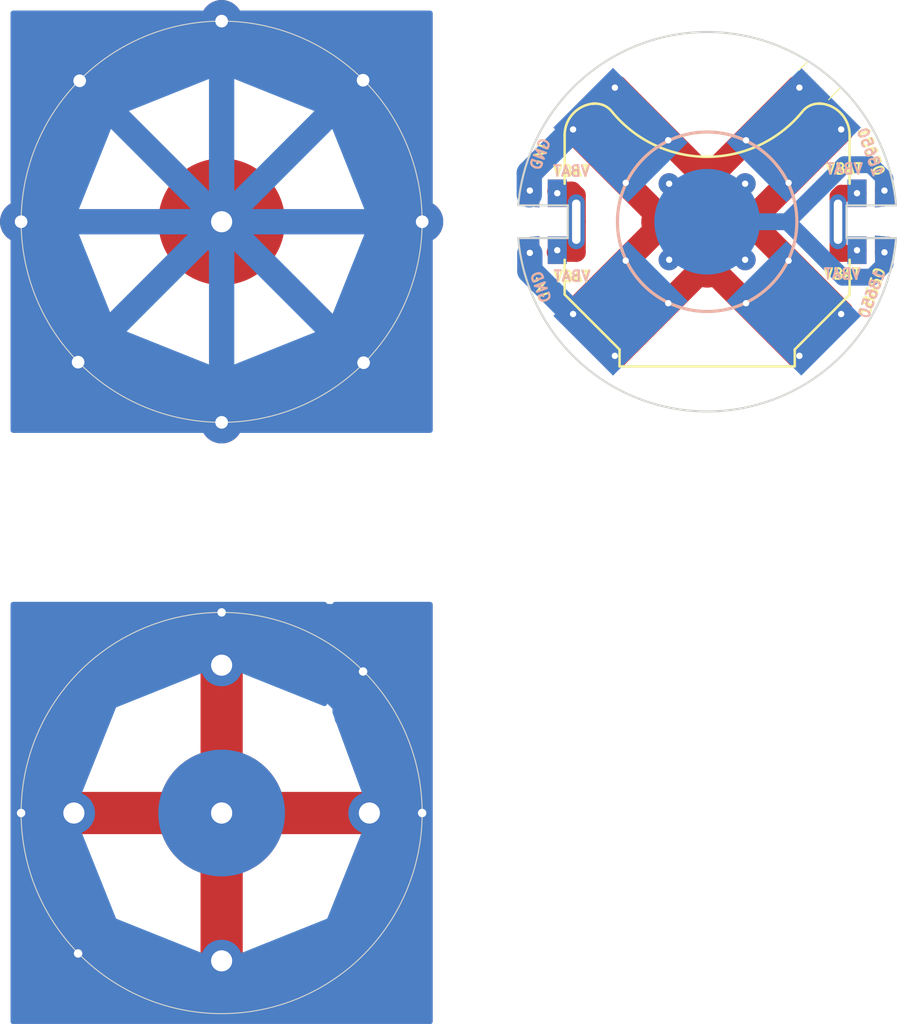
<source format=kicad_pcb>
(kicad_pcb (version 4) (host pcbnew 4.0.5+dfsg1-4)

  (general
    (links 64)
    (no_connects 3)
    (area -6.025001 -6.025001 62.187088 66.000001)
    (thickness 1.6)
    (drawings 34)
    (tracks 86)
    (zones 0)
    (modules 28)
    (nets 4)
  )

  (page A4)
  (layers
    (0 F.Cu signal)
    (31 B.Cu signal)
    (32 B.Adhes user hide)
    (33 F.Adhes user hide)
    (34 B.Paste user hide)
    (35 F.Paste user hide)
    (36 B.SilkS user hide)
    (37 F.SilkS user)
    (38 B.Mask user)
    (39 F.Mask user)
    (40 Dwgs.User user)
    (41 Cmts.User user hide)
    (42 Eco1.User user hide)
    (43 Eco2.User user hide)
    (44 Edge.Cuts user)
    (45 Margin user hide)
    (46 B.CrtYd user hide)
    (47 F.CrtYd user hide)
    (48 B.Fab user hide)
    (49 F.Fab user hide)
  )

  (setup
    (last_trace_width 1.2)
    (trace_clearance 0.2)
    (zone_clearance 0.508)
    (zone_45_only no)
    (trace_min 0.2)
    (segment_width 0.05)
    (edge_width 0.1)
    (via_size 0.6)
    (via_drill 0.4)
    (via_min_size 0.4)
    (via_min_drill 0.3)
    (uvia_size 0.3)
    (uvia_drill 0.1)
    (uvias_allowed no)
    (uvia_min_size 0.2)
    (uvia_min_drill 0.1)
    (pcb_text_width 0.3)
    (pcb_text_size 1.5 1.5)
    (mod_edge_width 0.15)
    (mod_text_size 1 1)
    (mod_text_width 0.15)
    (pad_size 2 2)
    (pad_drill 0.6)
    (pad_to_mask_clearance 0.2)
    (solder_mask_min_width 0.25)
    (aux_axis_origin 0 0)
    (grid_origin 56 28)
    (visible_elements FFFFFF7F)
    (pcbplotparams
      (layerselection 0x010c0_80000001)
      (usegerberextensions false)
      (excludeedgelayer true)
      (linewidth 0.100000)
      (plotframeref false)
      (viasonmask false)
      (mode 1)
      (useauxorigin false)
      (hpglpennumber 1)
      (hpglpenspeed 20)
      (hpglpendiameter 15)
      (hpglpenoverlay 2)
      (psnegative false)
      (psa4output false)
      (plotreference true)
      (plotvalue true)
      (plotinvisibletext false)
      (padsonsilk false)
      (subtractmaskfromsilk false)
      (outputformat 1)
      (mirror false)
      (drillshape 0)
      (scaleselection 1)
      (outputdirectory ""))
  )

  (net 0 "")
  (net 1 /VBAT)
  (net 2 /GND)
  (net 3 /18650)

  (net_class Default "Это класс цепей по умолчанию."
    (clearance 0.2)
    (trace_width 1.2)
    (via_dia 0.6)
    (via_drill 0.4)
    (uvia_dia 0.3)
    (uvia_drill 0.1)
    (add_net /18650)
    (add_net /GND)
    (add_net /VBAT)
  )

  (module jopka-01 (layer F.Cu) (tedit 5C8783EC) (tstamp 5C241BA7)
    (at 28 28)
    (path /5C124F69)
    (fp_text reference P5 (at 0 -1) (layer F.SilkS) hide
      (effects (font (size 1 1) (thickness 0.15)))
    )
    (fp_text value CONN_01X01 (at 0 1) (layer F.SilkS) hide
      (effects (font (size 1 1) (thickness 0.15)))
    )
    (pad 1 smd circle (at 0 0) (size 6 6) (layers F.Cu F.Paste F.Mask)
      (net 2 /GND))
    (pad 2 thru_hole circle (at 0 0) (size 3 3) (drill 1) (layers *.Mask B.Cu)
      (net 2 /GND))
  )

  (module zoidberg:conn_1mm (layer F.Cu) (tedit 5C878036) (tstamp 5C87814E)
    (at 21.275 21.325)
    (path /5C124F2F)
    (fp_text reference P1 (at 0 -1) (layer F.SilkS) hide
      (effects (font (size 1 1) (thickness 0.15)))
    )
    (fp_text value CONN_01X01 (at 0 1) (layer F.SilkS) hide
      (effects (font (size 1 1) (thickness 0.15)))
    )
    (pad 1 thru_hole circle (at 0 0) (size 2 2) (drill 0.6) (layers *.Cu)
      (net 2 /GND))
  )

  (module zoidberg:conn_1mm (layer F.Cu) (tedit 5C878036) (tstamp 5C878119)
    (at 34.725 34.675)
    (path /5C124F2F)
    (fp_text reference P1 (at 0 -1) (layer F.SilkS) hide
      (effects (font (size 1 1) (thickness 0.15)))
    )
    (fp_text value CONN_01X01 (at 0 1) (layer F.SilkS) hide
      (effects (font (size 1 1) (thickness 0.15)))
    )
    (pad 1 thru_hole circle (at 0 0) (size 2 2) (drill 0.6) (layers *.Cu)
      (net 2 /GND))
  )

  (module zoidberg:conn_1mm (layer F.Cu) (tedit 5C878036) (tstamp 5C8780F1)
    (at 28 37.5)
    (path /5C124F2F)
    (fp_text reference P1 (at 0 -1) (layer F.SilkS) hide
      (effects (font (size 1 1) (thickness 0.15)))
    )
    (fp_text value CONN_01X01 (at 0 1) (layer F.SilkS) hide
      (effects (font (size 1 1) (thickness 0.15)))
    )
    (pad 1 thru_hole circle (at 0 0) (size 2 2) (drill 0.6) (layers *.Cu)
      (net 2 /GND))
  )

  (module zoidberg:conn_1mm (layer F.Cu) (tedit 5C878036) (tstamp 5C8780D9)
    (at 21.2 34.65)
    (path /5C124F2F)
    (fp_text reference P1 (at 0 -1) (layer F.SilkS) hide
      (effects (font (size 1 1) (thickness 0.15)))
    )
    (fp_text value CONN_01X01 (at 0 1) (layer F.SilkS) hide
      (effects (font (size 1 1) (thickness 0.15)))
    )
    (pad 1 thru_hole circle (at 0 0) (size 2 2) (drill 0.6) (layers *.Cu)
      (net 2 /GND))
  )

  (module zoidberg:conn_1mm (layer F.Cu) (tedit 5C878036) (tstamp 5C8780C0)
    (at 34.7 21.3)
    (path /5C124F2F)
    (fp_text reference P1 (at 0 -1) (layer F.SilkS) hide
      (effects (font (size 1 1) (thickness 0.15)))
    )
    (fp_text value CONN_01X01 (at 0 1) (layer F.SilkS) hide
      (effects (font (size 1 1) (thickness 0.15)))
    )
    (pad 1 thru_hole circle (at 0 0) (size 2 2) (drill 0.6) (layers *.Cu)
      (net 2 /GND))
  )

  (module zoidberg:conn_1mm (layer F.Cu) (tedit 5C878036) (tstamp 5C8780AD)
    (at 28 18.5)
    (path /5C124F2F)
    (fp_text reference P1 (at 0 -1) (layer F.SilkS) hide
      (effects (font (size 1 1) (thickness 0.15)))
    )
    (fp_text value CONN_01X01 (at 0 1) (layer F.SilkS) hide
      (effects (font (size 1 1) (thickness 0.15)))
    )
    (pad 1 thru_hole circle (at 0 0) (size 2 2) (drill 0.6) (layers *.Cu)
      (net 2 /GND))
  )

  (module zoidberg:conn_1mm (layer F.Cu) (tedit 5C878036) (tstamp 5C87805F)
    (at 37.5 28)
    (path /5C124F2F)
    (fp_text reference P1 (at 0 -1) (layer F.SilkS) hide
      (effects (font (size 1 1) (thickness 0.15)))
    )
    (fp_text value CONN_01X01 (at 0 1) (layer F.SilkS) hide
      (effects (font (size 1 1) (thickness 0.15)))
    )
    (pad 1 thru_hole circle (at 0 0) (size 2 2) (drill 0.6) (layers *.Cu)
      (net 2 /GND))
  )

  (module zoidberg:conn_1mm (layer F.Cu) (tedit 5C124F00) (tstamp 5C86FF6E)
    (at 28 49)
    (path /5C124D39)
    (fp_text reference P2 (at 0 -1) (layer F.SilkS) hide
      (effects (font (size 1 1) (thickness 0.15)))
    )
    (fp_text value CONN_01X01 (at 0 1) (layer F.SilkS) hide
      (effects (font (size 1 1) (thickness 0.15)))
    )
    (pad 1 thru_hole circle (at 0 0) (size 2 2) (drill 1) (layers *.Cu)
      (net 2 /GND))
  )

  (module zoidberg:conn_1mm (layer F.Cu) (tedit 5C124EF5) (tstamp 5C86FF6A)
    (at 21 56)
    (path /5C124F2F)
    (fp_text reference P1 (at 0 -1) (layer F.SilkS) hide
      (effects (font (size 1 1) (thickness 0.15)))
    )
    (fp_text value CONN_01X01 (at 0 1) (layer F.SilkS) hide
      (effects (font (size 1 1) (thickness 0.15)))
    )
    (pad 1 thru_hole circle (at 0 0) (size 2 2) (drill 1) (layers *.Cu)
      (net 2 /GND))
  )

  (module zoidberg:conn_1mm (layer F.Cu) (tedit 5C124EF0) (tstamp 5C86FF66)
    (at 28 63)
    (path /5C124E2C)
    (fp_text reference P3 (at 0 -1) (layer F.SilkS) hide
      (effects (font (size 1 1) (thickness 0.15)))
    )
    (fp_text value CONN_01X01 (at 0 1) (layer F.SilkS) hide
      (effects (font (size 1 1) (thickness 0.15)))
    )
    (pad 1 thru_hole circle (at 0 0) (size 2 2) (drill 1) (layers *.Cu)
      (net 2 /GND))
  )

  (module zoidberg:conn_1mm (layer F.Cu) (tedit 5C124EFA) (tstamp 5C86FF61)
    (at 35 56)
    (path /5C124E7C)
    (fp_text reference P4 (at 0 -1) (layer F.SilkS) hide
      (effects (font (size 1 1) (thickness 0.15)))
    )
    (fp_text value CONN_01X01 (at 0 1) (layer F.SilkS) hide
      (effects (font (size 1 1) (thickness 0.15)))
    )
    (pad 1 thru_hole circle (at 0 0) (size 2 2) (drill 1) (layers *.Cu)
      (net 2 /GND))
  )

  (module zoidberg:jopka-01 (layer F.Cu) (tedit 5C8685E7) (tstamp 5C86FF5B)
    (at 28 56)
    (path /5C124F69)
    (fp_text reference P5 (at 0 -1) (layer F.SilkS) hide
      (effects (font (size 1 1) (thickness 0.15)))
    )
    (fp_text value CONN_01X01 (at 0 1) (layer F.SilkS) hide
      (effects (font (size 1 1) (thickness 0.15)))
    )
    (pad 2 thru_hole circle (at 0 0) (size 3 3) (drill 1) (layers *.Mask B.Cu))
    (pad 1 thru_hole circle (at 0 0) (size 6 6) (drill 1) (layers *.Cu *.Mask)
      (net 2 /GND))
  )

  (module GroundPad-01 (layer F.Cu) (tedit 5C64301C) (tstamp 5C417CFA)
    (at 55.3 23.7 315)
    (descr PADD_BAT_HOLDER)
    (tags "solder Pin_ with flat fork")
    (path /5C40A6A2)
    (fp_text reference PD1 (at 0 1.3 315) (layer F.SilkS) hide
      (effects (font (size 1 1) (thickness 0.15)))
    )
    (fp_text value GroundPad (at 0 -2.5 315) (layer F.SilkS) hide
      (effects (font (size 0.5 0.5) (thickness 0.1)))
    )
    (pad 2 thru_hole circle (at -1.4 -1.5 315) (size 1 1) (drill 0.3) (layers *.Cu)
      (net 2 /GND))
    (pad 3 thru_hole circle (at 1.4 -1.5 315) (size 1 1) (drill 0.3) (layers *.Cu)
      (net 2 /GND))
    (pad 5 thru_hole circle (at 1.425 2.05 315) (size 1 1) (drill 0.3) (layers *.Cu)
      (net 2 /GND))
    (pad 1 smd rect (at 0 0.274999 315) (size 4 5) (layers B.Cu B.Paste B.Mask)
      (net 2 /GND))
    (pad 4 thru_hole circle (at -1.425 2.05 315) (size 1 1) (drill 0.3) (layers *.Cu)
      (net 2 /GND))
    (model ${KISYS3DMOD}/Connectors.3dshapes/Pin_d0.9mm_L10.0mm_W2.4mm_FlatFork.wrl
      (at (xyz 0 0 0))
      (scale (xyz 1 1 1))
      (rotate (xyz 0 0 0))
    )
  )

  (module conn_spring_01 (layer B.Cu) (tedit 5C868993) (tstamp 5C417CF9)
    (at 51 28 270)
    (path /5C417CA4)
    (fp_text reference P6 (at 0 1 270) (layer B.SilkS) hide
      (effects (font (size 1 1) (thickness 0.15)) (justify mirror))
    )
    (fp_text value pad (at 0 -1 270) (layer B.SilkS) hide
      (effects (font (size 1 1) (thickness 0.15)) (justify mirror))
    )
    (pad 4 thru_hole circle (at 1.8 -1.8 270) (size 1 1) (drill 0.3) (layers *.Cu)
      (net 3 /18650))
    (pad 3 thru_hole circle (at 1.8 1.8 270) (size 1 1) (drill 0.3) (layers *.Cu)
      (net 3 /18650))
    (pad 2 thru_hole circle (at -1.8 1.8 270) (size 1 1) (drill 0.3) (layers *.Cu)
      (net 3 /18650))
    (pad 1 smd circle (at 0 0 270) (size 5 5) (layers B.Cu B.Paste B.Mask)
      (net 3 /18650))
    (pad 5 thru_hole circle (at -1.8 -1.8 270) (size 1 1) (drill 0.3) (layers *.Cu)
      (net 3 /18650))
  )

  (module Keystone_3001_1x12mm-CoinCell-VARIANT (layer F.Cu) (tedit 5C62D0D0) (tstamp 5C4175F7)
    (at 51 28 180)
    (descr http://www.keyelco.com/product-pdf.cfm?p=778)
    (tags "Keystone type 3001 coin cell retainer")
    (path /5C3F7E1E)
    (fp_text reference BT1 (at 0 -8 180) (layer F.SilkS) hide
      (effects (font (size 1 1) (thickness 0.15)))
    )
    (fp_text value Battery_Cell (at 0 7.5 180) (layer F.Fab) hide
      (effects (font (size 1 1) (thickness 0.15)))
    )
    (fp_circle (center 0 0) (end 0 6) (layer Dwgs.User) (width 0.15))
    (fp_arc (start 0 0) (end 0 6.75) (angle 36.6) (layer F.CrtYd) (width 0.05))
    (fp_arc (start 0.11 9.15) (end 4.22 5.65) (angle -3.1) (layer F.CrtYd) (width 0.05))
    (fp_arc (start 0.11 9.15) (end -4.22 5.65) (angle 3.1) (layer F.CrtYd) (width 0.05))
    (fp_arc (start 0 0) (end 0 6.75) (angle -36.6) (layer F.CrtYd) (width 0.05))
    (fp_arc (start 5.25 4.1) (end 5.3 6.1) (angle -90) (layer F.CrtYd) (width 0.05))
    (fp_arc (start 5.29 4.6) (end 4.22 5.65) (angle -54.1) (layer F.CrtYd) (width 0.05))
    (fp_arc (start -5.29 4.6) (end -4.22 5.65) (angle 54.1) (layer F.CrtYd) (width 0.05))
    (fp_arc (start 6.6 0) (end 7.25 1.95) (angle -143) (layer F.CrtYd) (width 0.05))
    (fp_arc (start -6.6 0) (end -7.25 1.95) (angle 143) (layer F.CrtYd) (width 0.05))
    (fp_circle (center 0 0) (end 0 4.25) (layer B.SilkS) (width 0.15))
    (fp_arc (start 5.29 4.6) (end 4.5 5.2) (angle -60) (layer F.SilkS) (width 0.12))
    (fp_arc (start -5.29 4.6) (end -4.5 5.2) (angle 60) (layer F.SilkS) (width 0.12))
    (fp_arc (start 0 8.9) (end -4.5 5.2) (angle 101) (layer F.SilkS) (width 0.12))
    (fp_arc (start 5.29 4.6) (end 4.6 5.1) (angle -60) (layer F.Fab) (width 0.1))
    (fp_arc (start -5.29 4.6) (end -4.6 5.1) (angle 60) (layer F.Fab) (width 0.1))
    (fp_arc (start 0 8.9) (end -4.6 5.1) (angle 101) (layer F.Fab) (width 0.1))
    (fp_arc (start 5.25 4.1) (end 5.3 5.6) (angle -90) (layer F.SilkS) (width 0.12))
    (fp_arc (start -5.25 4.1) (end -5.3 5.6) (angle 90) (layer F.SilkS) (width 0.12))
    (fp_arc (start -5.25 4.1) (end -5.3 6.1) (angle 90) (layer F.CrtYd) (width 0.05))
    (fp_line (start -7.25 1.95) (end -7.25 4.1) (layer F.CrtYd) (width 0.05))
    (fp_line (start 7.25 1.95) (end 7.25 4.1) (layer F.CrtYd) (width 0.05))
    (fp_line (start 6.75 1.8) (end 6.75 4.1) (layer F.SilkS) (width 0.12))
    (fp_line (start -6.75 1.8) (end -6.75 4.1) (layer F.SilkS) (width 0.12))
    (fp_arc (start 5.25 4.1) (end 5.3 5.45) (angle -90) (layer F.Fab) (width 0.1))
    (fp_line (start 7.25 -1.95) (end 7.25 -3.8) (layer F.CrtYd) (width 0.05))
    (fp_line (start 7.25 -3.8) (end 4.65 -6.4) (layer F.CrtYd) (width 0.05))
    (fp_line (start 4.65 -6.4) (end 4.65 -7.35) (layer F.CrtYd) (width 0.05))
    (fp_line (start -4.65 -7.35) (end 4.65 -7.35) (layer F.CrtYd) (width 0.05))
    (fp_line (start -4.65 -6.4) (end -4.65 -7.35) (layer F.CrtYd) (width 0.05))
    (fp_line (start -7.25 -3.8) (end -4.65 -6.4) (layer F.CrtYd) (width 0.05))
    (fp_line (start -7.25 -1.95) (end -7.25 -3.8) (layer F.CrtYd) (width 0.05))
    (fp_line (start -6.75 -1.8) (end -6.75 -3.45) (layer F.SilkS) (width 0.12))
    (fp_line (start -6.75 -3.45) (end -4.15 -6.05) (layer F.SilkS) (width 0.12))
    (fp_line (start -4.15 -6.05) (end -4.15 -6.85) (layer F.SilkS) (width 0.12))
    (fp_line (start -4.15 -6.85) (end 4.15 -6.85) (layer F.SilkS) (width 0.12))
    (fp_line (start 4.15 -6.85) (end 4.15 -6.05) (layer F.SilkS) (width 0.12))
    (fp_line (start 4.15 -6.05) (end 6.75 -3.45) (layer F.SilkS) (width 0.12))
    (fp_line (start 6.75 -3.45) (end 6.75 -1.8) (layer F.SilkS) (width 0.12))
    (fp_arc (start -5.25 4.1) (end -5.3 5.45) (angle 90) (layer F.Fab) (width 0.1))
    (fp_line (start 6.6 -3.4) (end 6.6 4.1) (layer F.Fab) (width 0.1))
    (fp_line (start -6.6 -3.4) (end -6.6 4.1) (layer F.Fab) (width 0.1))
    (fp_line (start 4 -6) (end 6.6 -3.4) (layer F.Fab) (width 0.1))
    (fp_line (start -4 -6) (end -6.6 -3.4) (layer F.Fab) (width 0.1))
    (fp_line (start 4 -6.7) (end 4 -6) (layer F.Fab) (width 0.1))
    (fp_line (start -4 -6.7) (end -4 -6) (layer F.Fab) (width 0.1))
    (fp_line (start -4 -6.7) (end 4 -6.7) (layer F.Fab) (width 0.1))
    (pad 1 thru_hole oval (at -6.2 0 180) (size 0.8 2.6) (drill oval 0.4 2.1) (layers *.Cu *.Mask)
      (net 1 /VBAT))
    (pad 1 thru_hole oval (at 6.2 0 180) (size 0.8 2.6) (drill oval 0.4 2.1) (layers *.Cu *.Mask)
      (net 1 /VBAT))
    (pad 2 smd rect (at 0 0 225) (size 3.5 3.5) (layers F.Cu F.Mask)
      (net 2 /GND))
    (model Battery_Holders.3dshapes/Keystone_3001_1x12mm-CoinCell.wrl
      (at (xyz 0 0 0))
      (scale (xyz 1 1 1))
      (rotate (xyz 0 0 0))
    )
  )

  (module jopa (layer F.Cu) (tedit 5C41962B) (tstamp 5C419186)
    (at 59.4 26.525 95.5)
    (descr "solder Pin_ with flat fork, hole diameter 0.9mm, length 10.0mm, width 2.4mm")
    (tags "solder Pin_ with flat fork")
    (path /5C419617)
    (fp_text reference PD5 (at 0 1.3 95.5) (layer F.SilkS) hide
      (effects (font (size 1 1) (thickness 0.15)))
    )
    (fp_text value CirclePad (at 1.3 -0.9 185.5) (layer F.SilkS) hide
      (effects (font (size 0.5 0.5) (thickness 0.1)))
    )
    (pad 1 smd trapezoid (at 0 0 95.5) (size 1.5 0.9) (rect_delta 0.15 0 ) (layers F.Cu F.Paste F.Mask)
      (net 3 /18650))
    (pad 2 smd trapezoid (at 0 0 95.5) (size 1.5 0.9) (rect_delta 0.15 0 ) (layers B.Cu F.Paste B.Mask)
      (net 3 /18650))
    (pad 3 thru_hole circle (at 0 0 95.5) (size 0.9 0.9) (drill 0.3) (layers *.Cu *.Mask)
      (net 3 /18650))
    (model ${KISYS3DMOD}/Connectors.3dshapes/Pin_d0.9mm_L10.0mm_W2.4mm_FlatFork.wrl
      (at (xyz 0 0 0))
      (scale (xyz 1 1 1))
      (rotate (xyz 0 0 0))
    )
  )

  (module zoidberg:conn_1mm (layer F.Cu) (tedit 5C878036) (tstamp 5C241B93)
    (at 18.5 28)
    (path /5C124F2F)
    (fp_text reference P1 (at 0 -1) (layer F.SilkS) hide
      (effects (font (size 1 1) (thickness 0.15)))
    )
    (fp_text value CONN_01X01 (at 0 1) (layer F.SilkS) hide
      (effects (font (size 1 1) (thickness 0.15)))
    )
    (pad 1 thru_hole circle (at 0 0) (size 2 2) (drill 0.6) (layers *.Cu)
      (net 2 /GND))
  )

  (module zoidberg:lateraljopa (layer F.Cu) (tedit 5C41962B) (tstamp 5C419768)
    (at 59.4 29.45 264.5)
    (descr "solder Pin_ with flat fork, hole diameter 0.9mm, length 10.0mm, width 2.4mm")
    (tags "solder Pin_ with flat fork")
    (path /5C41ADFA)
    (fp_text reference PD9 (at 0 1.3 264.5) (layer F.SilkS) hide
      (effects (font (size 1 1) (thickness 0.15)))
    )
    (fp_text value CirclePad (at 1.3 -0.9 354.5) (layer F.SilkS) hide
      (effects (font (size 0.5 0.5) (thickness 0.1)))
    )
    (pad 1 smd trapezoid (at 0 0 264.5) (size 1.5 0.9) (rect_delta 0.15 0 ) (layers F.Cu F.Paste F.Mask)
      (net 3 /18650))
    (pad 2 smd trapezoid (at 0 0 264.5) (size 1.5 0.9) (rect_delta 0.15 0 ) (layers B.Cu F.Paste B.Mask)
      (net 3 /18650))
    (pad 3 thru_hole circle (at 0 0 264.5) (size 0.9 0.9) (drill 0.3) (layers *.Cu *.Mask)
      (net 3 /18650))
    (model ${KISYS3DMOD}/Connectors.3dshapes/Pin_d0.9mm_L10.0mm_W2.4mm_FlatFork.wrl
      (at (xyz 0 0 0))
      (scale (xyz 1 1 1))
      (rotate (xyz 0 0 0))
    )
  )

  (module zoidberg:lateraljopa (layer F.Cu) (tedit 5C41962B) (tstamp 5C41918C)
    (at 42.6 29.475 275.5)
    (descr "solder Pin_ with flat fork, hole diameter 0.9mm, length 10.0mm, width 2.4mm")
    (tags "solder Pin_ with flat fork")
    (path /5C4196D9)
    (fp_text reference PD6 (at 0 1.3 275.5) (layer F.SilkS) hide
      (effects (font (size 1 1) (thickness 0.15)))
    )
    (fp_text value CirclePad (at 1.3 -0.9 365.5) (layer F.SilkS) hide
      (effects (font (size 0.5 0.5) (thickness 0.1)))
    )
    (pad 1 smd trapezoid (at 0 0 275.5) (size 1.5 0.9) (rect_delta 0.15 0 ) (layers F.Cu F.Paste F.Mask)
      (net 2 /GND))
    (pad 2 smd trapezoid (at 0 0 275.5) (size 1.5 0.9) (rect_delta 0.15 0 ) (layers B.Cu F.Paste B.Mask)
      (net 2 /GND))
    (pad 3 thru_hole circle (at 0 0 275.5) (size 0.9 0.9) (drill 0.3) (layers *.Cu *.Mask)
      (net 2 /GND))
    (model ${KISYS3DMOD}/Connectors.3dshapes/Pin_d0.9mm_L10.0mm_W2.4mm_FlatFork.wrl
      (at (xyz 0 0 0))
      (scale (xyz 1 1 1))
      (rotate (xyz 0 0 0))
    )
  )

  (module zoidberg:lateraljopa (layer F.Cu) (tedit 5C41962B) (tstamp 5C41976F)
    (at 42.6 26.525 84.5)
    (descr "solder Pin_ with flat fork, hole diameter 0.9mm, length 10.0mm, width 2.4mm")
    (tags "solder Pin_ with flat fork")
    (path /5C41AE56)
    (fp_text reference PD10 (at 0 1.3 84.5) (layer F.SilkS) hide
      (effects (font (size 1 1) (thickness 0.15)))
    )
    (fp_text value CirclePad (at 1.3 -0.9 174.5) (layer F.SilkS) hide
      (effects (font (size 0.5 0.5) (thickness 0.1)))
    )
    (pad 1 smd trapezoid (at 0 0 84.5) (size 1.5 0.9) (rect_delta 0.15 0 ) (layers F.Cu F.Paste F.Mask)
      (net 2 /GND))
    (pad 2 smd trapezoid (at 0 0 84.5) (size 1.5 0.9) (rect_delta 0.15 0 ) (layers B.Cu F.Paste B.Mask)
      (net 2 /GND))
    (pad 3 thru_hole circle (at 0 0 84.5) (size 0.9 0.9) (drill 0.3) (layers *.Cu *.Mask)
      (net 2 /GND))
    (model ${KISYS3DMOD}/Connectors.3dshapes/Pin_d0.9mm_L10.0mm_W2.4mm_FlatFork.wrl
      (at (xyz 0 0 0))
      (scale (xyz 1 1 1))
      (rotate (xyz 0 0 0))
    )
  )

  (module zoidberg:lateraljopa2 (layer F.Cu) (tedit 5C419C3E) (tstamp 5C419198)
    (at 58.1 26.65 90)
    (descr "solder Pin_ with flat fork, hole diameter 0.9mm, length 10.0mm, width 2.4mm")
    (tags "solder Pin_ with flat fork")
    (path /5C4197FB)
    (fp_text reference PD8 (at 0 1.3 90) (layer F.SilkS) hide
      (effects (font (size 1 1) (thickness 0.15)))
    )
    (fp_text value CirclePad (at 0.1 -1.8 180) (layer F.SilkS) hide
      (effects (font (size 0.5 0.5) (thickness 0.1)))
    )
    (pad 1 smd rect (at 0 0 90) (size 1.3 0.9) (layers F.Cu F.Paste F.Mask)
      (net 1 /VBAT))
    (pad 2 smd rect (at 0 0 90) (size 1.3 0.9) (layers B.Cu F.Paste B.Mask)
      (net 1 /VBAT))
    (pad 3 thru_hole circle (at 0 0 90) (size 0.9 0.9) (drill 0.3) (layers *.Cu *.Mask)
      (net 1 /VBAT))
    (model ${KISYS3DMOD}/Connectors.3dshapes/Pin_d0.9mm_L10.0mm_W2.4mm_FlatFork.wrl
      (at (xyz 0 0 0))
      (scale (xyz 1 1 1))
      (rotate (xyz 0 0 0))
    )
  )

  (module zoidberg:lateraljopa2 (layer F.Cu) (tedit 5C419C3E) (tstamp 5C41977D)
    (at 58.1 29.35 90)
    (descr "solder Pin_ with flat fork, hole diameter 0.9mm, length 10.0mm, width 2.4mm")
    (tags "solder Pin_ with flat fork")
    (path /5C41B2FA)
    (fp_text reference PD12 (at 0 1.3 90) (layer F.SilkS) hide
      (effects (font (size 1 1) (thickness 0.15)))
    )
    (fp_text value CirclePad (at 0.1 -1.8 180) (layer F.SilkS) hide
      (effects (font (size 0.5 0.5) (thickness 0.1)))
    )
    (pad 1 smd rect (at 0 0 90) (size 1.3 0.9) (layers F.Cu F.Paste F.Mask)
      (net 1 /VBAT))
    (pad 2 smd rect (at 0 0 90) (size 1.3 0.9) (layers B.Cu F.Paste B.Mask)
      (net 1 /VBAT))
    (pad 3 thru_hole circle (at 0 0 90) (size 0.9 0.9) (drill 0.3) (layers *.Cu *.Mask)
      (net 1 /VBAT))
    (model ${KISYS3DMOD}/Connectors.3dshapes/Pin_d0.9mm_L10.0mm_W2.4mm_FlatFork.wrl
      (at (xyz 0 0 0))
      (scale (xyz 1 1 1))
      (rotate (xyz 0 0 0))
    )
  )

  (module zoidberg:lateraljopa2 (layer F.Cu) (tedit 5C419C3E) (tstamp 5C419192)
    (at 43.9 26.65 90)
    (descr "solder Pin_ with flat fork, hole diameter 0.9mm, length 10.0mm, width 2.4mm")
    (tags "solder Pin_ with flat fork")
    (path /5C41976F)
    (fp_text reference PD7 (at 0 1.3 90) (layer F.SilkS) hide
      (effects (font (size 1 1) (thickness 0.15)))
    )
    (fp_text value CirclePad (at 0.1 -1.8 180) (layer F.SilkS) hide
      (effects (font (size 0.5 0.5) (thickness 0.1)))
    )
    (pad 1 smd rect (at 0 0 90) (size 1.3 0.9) (layers F.Cu F.Paste F.Mask)
      (net 1 /VBAT))
    (pad 2 smd rect (at 0 0 90) (size 1.3 0.9) (layers B.Cu F.Paste B.Mask)
      (net 1 /VBAT))
    (pad 3 thru_hole circle (at 0 0 90) (size 0.9 0.9) (drill 0.3) (layers *.Cu *.Mask)
      (net 1 /VBAT))
    (model ${KISYS3DMOD}/Connectors.3dshapes/Pin_d0.9mm_L10.0mm_W2.4mm_FlatFork.wrl
      (at (xyz 0 0 0))
      (scale (xyz 1 1 1))
      (rotate (xyz 0 0 0))
    )
  )

  (module zoidberg:lateraljopa2 (layer F.Cu) (tedit 5C419C3E) (tstamp 5C419776)
    (at 43.9 29.35 90)
    (descr "solder Pin_ with flat fork, hole diameter 0.9mm, length 10.0mm, width 2.4mm")
    (tags "solder Pin_ with flat fork")
    (path /5C41AEF6)
    (fp_text reference PD11 (at 0 1.3 90) (layer F.SilkS) hide
      (effects (font (size 1 1) (thickness 0.15)))
    )
    (fp_text value CirclePad (at 0.1 -1.8 180) (layer F.SilkS) hide
      (effects (font (size 0.5 0.5) (thickness 0.1)))
    )
    (pad 1 smd rect (at 0 0 90) (size 1.3 0.9) (layers F.Cu F.Paste F.Mask)
      (net 1 /VBAT))
    (pad 2 smd rect (at 0 0 90) (size 1.3 0.9) (layers B.Cu F.Paste B.Mask)
      (net 1 /VBAT))
    (pad 3 thru_hole circle (at 0 0 90) (size 0.9 0.9) (drill 0.3) (layers *.Cu *.Mask)
      (net 1 /VBAT))
    (model ${KISYS3DMOD}/Connectors.3dshapes/Pin_d0.9mm_L10.0mm_W2.4mm_FlatFork.wrl
      (at (xyz 0 0 0))
      (scale (xyz 1 1 1))
      (rotate (xyz 0 0 0))
    )
  )

  (module zoidberg:GroundPad-01 (layer F.Cu) (tedit 5C64301C) (tstamp 5C417D02)
    (at 46.7 23.7 45)
    (descr PADD_BAT_HOLDER)
    (tags "solder Pin_ with flat fork")
    (path /5C40A60F)
    (fp_text reference PD3 (at 0 1.3 45) (layer F.SilkS) hide
      (effects (font (size 1 1) (thickness 0.15)))
    )
    (fp_text value GroundPad (at 0 -2.5 45) (layer F.SilkS) hide
      (effects (font (size 0.5 0.5) (thickness 0.1)))
    )
    (pad 2 thru_hole circle (at -1.4 -1.5 45) (size 1 1) (drill 0.3) (layers *.Cu)
      (net 2 /GND))
    (pad 3 thru_hole circle (at 1.4 -1.5 45) (size 1 1) (drill 0.3) (layers *.Cu)
      (net 2 /GND))
    (pad 5 thru_hole circle (at 1.425 2.05 45) (size 1 1) (drill 0.3) (layers *.Cu)
      (net 2 /GND))
    (pad 1 smd rect (at 0 0.274999 45) (size 4 5) (layers B.Cu B.Paste B.Mask)
      (net 2 /GND))
    (pad 4 thru_hole circle (at -1.425 2.05 45) (size 1 1) (drill 0.3) (layers *.Cu)
      (net 2 /GND))
    (model ${KISYS3DMOD}/Connectors.3dshapes/Pin_d0.9mm_L10.0mm_W2.4mm_FlatFork.wrl
      (at (xyz 0 0 0))
      (scale (xyz 1 1 1))
      (rotate (xyz 0 0 0))
    )
  )

  (module zoidberg:GroundPad-01 (layer F.Cu) (tedit 5C64301C) (tstamp 5C417FBD)
    (at 55.3 32.3 225)
    (descr PADD_BAT_HOLDER)
    (tags "solder Pin_ with flat fork")
    (path /5C40A655)
    (fp_text reference PD4 (at 0 1.3 225) (layer F.SilkS) hide
      (effects (font (size 1 1) (thickness 0.15)))
    )
    (fp_text value GroundPad (at 0 -2.5 225) (layer F.SilkS) hide
      (effects (font (size 0.5 0.5) (thickness 0.1)))
    )
    (pad 2 thru_hole circle (at -1.4 -1.5 225) (size 1 1) (drill 0.3) (layers *.Cu)
      (net 2 /GND))
    (pad 3 thru_hole circle (at 1.4 -1.5 225) (size 1 1) (drill 0.3) (layers *.Cu)
      (net 2 /GND))
    (pad 5 thru_hole circle (at 1.425 2.05 225) (size 1 1) (drill 0.3) (layers *.Cu)
      (net 2 /GND))
    (pad 1 smd rect (at 0 0.274999 225) (size 4 5) (layers B.Cu B.Paste B.Mask)
      (net 2 /GND))
    (pad 4 thru_hole circle (at -1.425 2.05 225) (size 1 1) (drill 0.3) (layers *.Cu)
      (net 2 /GND))
    (model ${KISYS3DMOD}/Connectors.3dshapes/Pin_d0.9mm_L10.0mm_W2.4mm_FlatFork.wrl
      (at (xyz 0 0 0))
      (scale (xyz 1 1 1))
      (rotate (xyz 0 0 0))
    )
  )

  (module zoidberg:GroundPad-01 (layer F.Cu) (tedit 5C64301C) (tstamp 5C417F99)
    (at 46.7 32.3 135)
    (descr PADD_BAT_HOLDER)
    (tags "solder Pin_ with flat fork")
    (path /5C40A500)
    (fp_text reference PD2 (at 0 1.3 135) (layer F.SilkS) hide
      (effects (font (size 1 1) (thickness 0.15)))
    )
    (fp_text value GroundPad (at 0 -2.5 135) (layer F.SilkS) hide
      (effects (font (size 0.5 0.5) (thickness 0.1)))
    )
    (pad 2 thru_hole circle (at -1.4 -1.5 135) (size 1 1) (drill 0.3) (layers *.Cu)
      (net 2 /GND))
    (pad 3 thru_hole circle (at 1.4 -1.5 135) (size 1 1) (drill 0.3) (layers *.Cu)
      (net 2 /GND))
    (pad 5 thru_hole circle (at 1.425 2.05 135) (size 1 1) (drill 0.3) (layers *.Cu)
      (net 2 /GND))
    (pad 1 smd rect (at 0 0.274999 135) (size 4 5) (layers B.Cu B.Paste B.Mask)
      (net 2 /GND))
    (pad 4 thru_hole circle (at -1.425 2.05 135) (size 1 1) (drill 0.3) (layers *.Cu)
      (net 2 /GND))
    (model ${KISYS3DMOD}/Connectors.3dshapes/Pin_d0.9mm_L10.0mm_W2.4mm_FlatFork.wrl
      (at (xyz 0 0 0))
      (scale (xyz 1 1 1))
      (rotate (xyz 0 0 0))
    )
  )

  (gr_circle (center 28 56) (end 37.5 56) (layer Edge.Cuts) (width 0.05))
  (gr_circle (center 28 56) (end 35 55) (layer Dwgs.User) (width 0.05) (tstamp 5C86FF65))
  (gr_circle (center 28 56) (end 28 48) (layer B.Mask) (width 0.05) (tstamp 5C86FF60))
  (gr_circle (center 28 28) (end 37.5 28) (layer Edge.Cuts) (width 0.05))
  (gr_circle (center 28 28) (end 35 27) (layer Dwgs.User) (width 0.05))
  (gr_line (start 57.325 21.65) (end 57.35 21.65) (angle 90) (layer F.SilkS) (width 0.05))
  (gr_line (start 56.75 22.225) (end 57.325 21.65) (angle 90) (layer F.SilkS) (width 0.05))
  (gr_line (start 55.35 20.825) (end 55.775 20.4) (angle 90) (layer F.SilkS) (width 0.05))
  (gr_line (start 44.4 27.225) (end 44.375 27.225) (angle 90) (layer Edge.Cuts) (width 0.1))
  (gr_line (start 44.4 28.775) (end 44.4 27.225) (angle 90) (layer Edge.Cuts) (width 0.1))
  (gr_line (start 44.4 28.775) (end 42.05 28.775) (angle 90) (layer Edge.Cuts) (width 0.1))
  (gr_line (start 44.4 27.225) (end 42.05 27.225) (angle 90) (layer Edge.Cuts) (width 0.1))
  (gr_line (start 57.6 27.225) (end 57.6 28.775) (angle 90) (layer Edge.Cuts) (width 0.1))
  (gr_line (start 57.6 27.225) (end 59.95 27.225) (angle 90) (layer Edge.Cuts) (width 0.1))
  (gr_line (start 57.6 28.775) (end 59.95 28.775) (angle 90) (layer Edge.Cuts) (width 0.1))
  (gr_text VBAT (at 44.6 30.6) (layer F.SilkS)
    (effects (font (size 0.5 0.5) (thickness 0.1)))
  )
  (gr_text 18650 (at 58.8 31.425 70) (layer B.SilkS)
    (effects (font (size 0.5 0.5) (thickness 0.1)) (justify mirror))
  )
  (gr_text 18650 (at 58.825 31.325 70) (layer F.SilkS)
    (effects (font (size 0.5 0.5) (thickness 0.1)))
  )
  (gr_text GND (at 43.1 24.8 70) (layer B.SilkS)
    (effects (font (size 0.5 0.5) (thickness 0.1)) (justify mirror))
  )
  (gr_text GND (at 43.1 24.8 70) (layer F.SilkS)
    (effects (font (size 0.5 0.5) (thickness 0.1)))
  )
  (gr_text GND (at 43.1 31.1 290) (layer F.SilkS)
    (effects (font (size 0.5 0.5) (thickness 0.1)))
  )
  (gr_text GND (at 43.1 31.1 290) (layer B.SilkS)
    (effects (font (size 0.5 0.5) (thickness 0.1)) (justify mirror))
  )
  (gr_text VBAT (at 44.575 25.6) (layer B.SilkS)
    (effects (font (size 0.5 0.5) (thickness 0.1)) (justify mirror))
  )
  (gr_text VBAT (at 44.6 30.575) (layer B.SilkS)
    (effects (font (size 0.5 0.5) (thickness 0.1)) (justify mirror))
  )
  (gr_text VBAT (at 44.575 25.6) (layer F.SilkS)
    (effects (font (size 0.5 0.5) (thickness 0.1)))
  )
  (gr_text VBAT (at 57.4 30.475) (layer F.SilkS)
    (effects (font (size 0.5 0.5) (thickness 0.1)))
  )
  (gr_text VBAT (at 57.4 30.475) (layer B.SilkS)
    (effects (font (size 0.5 0.5) (thickness 0.1)) (justify mirror))
  )
  (gr_text VBAT (at 57.5 25.5) (layer B.SilkS)
    (effects (font (size 0.5 0.5) (thickness 0.1)) (justify mirror))
  )
  (gr_text VBAT (at 57.5 25.5) (layer F.SilkS)
    (effects (font (size 0.5 0.5) (thickness 0.1)))
  )
  (gr_text 18650 (at 58.725 24.7 290) (layer B.SilkS)
    (effects (font (size 0.5 0.5) (thickness 0.1)) (justify mirror))
  )
  (gr_text 18650 (at 58.775 24.675 290) (layer F.SilkS)
    (effects (font (size 0.5 0.5) (thickness 0.1)))
  )
  (gr_circle (center 0 0) (end 0 -6) (layer F.CrtYd) (width 0.05))
  (gr_arc (start 51 28) (end 42.05 27.225) (angle 170) (layer Edge.Cuts) (width 0.1) (tstamp 5C408E12))
  (gr_arc (start 51 28) (end 59.95 28.775) (angle 170) (layer Edge.Cuts) (width 0.1))

  (via (at 21.2 62.65) (size 0.6) (drill 0.4) (layers F.Cu B.Cu) (net 0) (tstamp 5C86FF56))
  (via (at 34.7 49.3) (size 0.6) (drill 0.4) (layers F.Cu B.Cu) (net 0) (tstamp 5C86FF57))
  (via (at 18.5 56) (size 0.6) (drill 0.4) (layers F.Cu B.Cu) (net 0) (tstamp 5C86FF58))
  (via (at 37.5 56) (size 0.6) (drill 0.4) (layers F.Cu B.Cu) (net 0) (tstamp 5C86FF59))
  (via (at 28 46.5) (size 0.6) (drill 0.4) (layers F.Cu B.Cu) (net 0) (tstamp 5C86FF5A))
  (segment (start 34.7 48.875736) (end 34 48.175736) (width 0.8) (layer B.Cu) (net 0))
  (segment (start 34.7 49.3) (end 34.7 48.875736) (width 0.8) (layer B.Cu) (net 0))
  (segment (start 34 48.175736) (end 34 46.5) (width 0.8) (layer B.Cu) (net 0))
  (segment (start 34 46.5) (end 33 46.5) (width 0.8) (layer B.Cu) (net 0))
  (segment (start 33 46.5) (end 33 50.25) (width 0.8) (layer B.Cu) (net 0))
  (segment (start 33 50.25) (end 33.75 51) (width 0.8) (layer B.Cu) (net 0))
  (segment (start 33.75 51) (end 33.75 51.5) (width 0.8) (layer B.Cu) (net 0))
  (segment (start 57.2 28) (end 57.2 29.35) (width 0.8) (layer F.Cu) (net 1))
  (segment (start 57.35 29.5) (end 57.95 29.5) (width 0.8) (layer F.Cu) (net 1) (tstamp 5C62D47E))
  (segment (start 57.2 29.35) (end 57.35 29.5) (width 0.8) (layer F.Cu) (net 1) (tstamp 5C62D47C))
  (segment (start 57.95 29.5) (end 58.1 29.35) (width 0.8) (layer F.Cu) (net 1) (tstamp 5C62D47F))
  (segment (start 57.2 28) (end 57.2 26.8) (width 0.8) (layer F.Cu) (net 1))
  (segment (start 57.2 26.8) (end 57.35 26.65) (width 0.8) (layer F.Cu) (net 1) (tstamp 5C62D46E))
  (segment (start 57.35 26.65) (end 58.1 26.65) (width 0.8) (layer F.Cu) (net 1) (tstamp 5C62D46F))
  (segment (start 43.85 29.45) (end 44.8 29.45) (width 0.9) (layer F.Cu) (net 1))
  (segment (start 44.8 29.45) (end 44.8 28) (width 0.9) (layer F.Cu) (net 1) (tstamp 5C419D2F))
  (segment (start 43.875 26.55) (end 44.6 26.55) (width 0.9) (layer F.Cu) (net 1))
  (segment (start 44.8 26.75) (end 44.8 28) (width 0.9) (layer F.Cu) (net 1) (tstamp 5C419D29))
  (segment (start 44.6 26.55) (end 44.8 26.75) (width 0.9) (layer F.Cu) (net 1) (tstamp 5C419D28))
  (segment (start 28 28) (end 27.85 28) (width 1.2) (layer B.Cu) (net 2))
  (segment (start 27.85 28) (end 21.2 34.65) (width 1.2) (layer B.Cu) (net 2) (tstamp 5C878180))
  (segment (start 28 28) (end 28.05 28) (width 1.2) (layer B.Cu) (net 2))
  (segment (start 28.05 28) (end 34.725 34.675) (width 1.2) (layer B.Cu) (net 2) (tstamp 5C87817D))
  (segment (start 28 28) (end 34.7 21.3) (width 1.2) (layer B.Cu) (net 2))
  (segment (start 21.275 21.325) (end 21.325 21.325) (width 1.2) (layer B.Cu) (net 2))
  (segment (start 21.325 21.325) (end 28 28) (width 1.2) (layer B.Cu) (net 2) (tstamp 5C878176))
  (segment (start 28 28) (end 28 37.5) (width 1.2) (layer B.Cu) (net 2))
  (segment (start 28 28) (end 37.5 28) (width 1.2) (layer B.Cu) (net 2))
  (segment (start 28 28) (end 18.5 28) (width 1.2) (layer B.Cu) (net 2))
  (segment (start 28 18.5) (end 28 28) (width 1.2) (layer B.Cu) (net 2))
  (segment (start 44.64939 32.370711) (end 44.64939 32.335356) (width 1.2) (layer F.Cu) (net 2))
  (segment (start 44.64939 32.335356) (end 48.984746 28) (width 1.2) (layer F.Cu) (net 2) (tstamp 5C62D393))
  (segment (start 48.984746 28) (end 51 28) (width 1.2) (layer F.Cu) (net 2) (tstamp 5C62D394))
  (segment (start 44.64939 23.629289) (end 44.64939 23.664644) (width 1.2) (layer F.Cu) (net 2))
  (segment (start 44.64939 23.664644) (end 48.984746 28) (width 1.2) (layer F.Cu) (net 2) (tstamp 5C62D38F))
  (segment (start 48.984746 28) (end 51 28) (width 1.2) (layer F.Cu) (net 2) (tstamp 5C62D390))
  (segment (start 46.629289 34.35061) (end 46.664644 34.35061) (width 1.2) (layer F.Cu) (net 2))
  (segment (start 46.664644 34.35061) (end 51 30.015254) (width 1.2) (layer F.Cu) (net 2) (tstamp 5C62D389))
  (segment (start 51 30.015254) (end 51 28) (width 1.2) (layer F.Cu) (net 2) (tstamp 5C62D38A))
  (segment (start 55.370711 34.35061) (end 55.335356 34.35061) (width 1.2) (layer F.Cu) (net 2))
  (segment (start 55.335356 34.35061) (end 51 30.015254) (width 1.2) (layer F.Cu) (net 2) (tstamp 5C62D385))
  (segment (start 51 30.015254) (end 51 28) (width 1.2) (layer F.Cu) (net 2) (tstamp 5C62D386))
  (segment (start 57.35061 32.370711) (end 57.35061 32.335356) (width 1.2) (layer F.Cu) (net 2))
  (segment (start 57.35061 32.335356) (end 53.015254 28) (width 1.2) (layer F.Cu) (net 2) (tstamp 5C62D37E))
  (segment (start 53.015254 28) (end 51 28) (width 1.2) (layer F.Cu) (net 2) (tstamp 5C62D37F))
  (segment (start 57.35061 23.629289) (end 57.35061 23.664644) (width 1.2) (layer F.Cu) (net 2))
  (segment (start 57.35061 23.664644) (end 53.015254 28) (width 1.2) (layer F.Cu) (net 2) (tstamp 5C62D377))
  (segment (start 53.015254 28) (end 51 28) (width 1.2) (layer F.Cu) (net 2) (tstamp 5C62D378))
  (segment (start 46.629289 21.64939) (end 46.664644 21.64939) (width 1.2) (layer F.Cu) (net 2))
  (segment (start 46.664644 21.64939) (end 51 25.984746) (width 1.2) (layer F.Cu) (net 2) (tstamp 5C62D36A))
  (segment (start 51 25.984746) (end 51 28) (width 1.2) (layer F.Cu) (net 2) (tstamp 5C62D36B))
  (segment (start 55.370711 21.64939) (end 55.335356 21.64939) (width 1.2) (layer F.Cu) (net 2))
  (segment (start 55.335356 21.64939) (end 51 25.984746) (width 1.2) (layer F.Cu) (net 2) (tstamp 5C62D362))
  (segment (start 51 25.984746) (end 51 28) (width 1.2) (layer F.Cu) (net 2) (tstamp 5C62D363))
  (segment (start 44.37439 23.90061) (end 42.575 25.7) (width 1.2) (layer B.Cu) (net 2) (tstamp 5C59C585))
  (segment (start 42.575 25.7) (end 42.575 26.725) (width 1.2) (layer B.Cu) (net 2) (tstamp 5C59C589))
  (segment (start 44.34939 32.07439) (end 42.6 30.325) (width 1.2) (layer B.Cu) (net 2) (tstamp 5C419CF0))
  (segment (start 42.6 30.325) (end 42.6 29.5) (width 1.2) (layer B.Cu) (net 2) (tstamp 5C419CF4))
  (segment (start 51 28) (end 51 30.12132) (width 2) (layer F.Cu) (net 2))
  (segment (start 51 28) (end 48.87868 28) (width 2) (layer F.Cu) (net 2))
  (segment (start 51 28) (end 53.12132 28) (width 2) (layer F.Cu) (net 2))
  (segment (start 51 28) (end 51 25.87868) (width 2) (layer F.Cu) (net 2))
  (segment (start 53.1 28) (end 53.12132 28) (width 1) (layer F.Cu) (net 2))
  (segment (start 51 28) (end 53.1 28) (width 1) (layer F.Cu) (net 2))
  (segment (start 28 56) (end 28 63) (width 2) (layer F.Cu) (net 2) (tstamp 5C86FF4F))
  (segment (start 28 56) (end 21 56) (width 2) (layer F.Cu) (net 2) (tstamp 5C86FF50))
  (segment (start 28 56) (end 28 49) (width 2) (layer F.Cu) (net 2) (tstamp 5C86FF51))
  (segment (start 28 56) (end 35 56) (width 2) (layer F.Cu) (net 2) (tstamp 5C86FF52))
  (segment (start 52.8 29.8) (end 51 28) (width 0.8) (layer B.Cu) (net 3))
  (segment (start 49.2 29.8) (end 51 28) (width 0.8) (layer B.Cu) (net 3))
  (segment (start 49.2 26.2) (end 51 28) (width 0.8) (layer B.Cu) (net 3))
  (segment (start 52.8 26.2) (end 51 28) (width 0.8) (layer B.Cu) (net 3))
  (segment (start 51 28) (end 54.8 28) (width 0.8) (layer B.Cu) (net 3))
  (segment (start 54.8 28) (end 57.5 25.3) (width 0.8) (layer B.Cu) (net 3) (tstamp 5C5C0126))
  (segment (start 58.75 25.3) (end 59.425 25.975) (width 0.8) (layer B.Cu) (net 3) (tstamp 5C5C0128))
  (segment (start 57.5 25.3) (end 58.75 25.3) (width 0.8) (layer B.Cu) (net 3) (tstamp 5C5C0127))
  (segment (start 59.425 25.975) (end 59.425 26.75) (width 0.8) (layer B.Cu) (net 3) (tstamp 5C5C0129))
  (segment (start 54.8 28) (end 57.425 30.625) (width 0.8) (layer B.Cu) (net 3) (tstamp 5C5C0115))
  (segment (start 58.8 30.625) (end 59.425 30) (width 0.8) (layer B.Cu) (net 3) (tstamp 5C5C0117))
  (segment (start 57.425 30.625) (end 58.8 30.625) (width 0.8) (layer B.Cu) (net 3) (tstamp 5C5C0116))
  (segment (start 59.425 30) (end 59.425 29.25) (width 0.8) (layer B.Cu) (net 3) (tstamp 5C5C0118))

  (zone (net 2) (net_name /GND) (layer B.Cu) (tstamp 5C8686E1) (hatch edge 0.508)
    (connect_pads yes (clearance 0.508))
    (min_thickness 0.254)
    (fill yes (arc_segments 16) (thermal_gap 0.508) (thermal_bridge_width 0.508))
    (polygon
      (pts
        (xy 38 38) (xy 18 38) (xy 18 18) (xy 38 18)
      )
    )
    (filled_polygon
      (pts
        (xy 37.873 37.873) (xy 18.127 37.873) (xy 18.127 27.998452) (xy 20.873009 27.998452) (xy 20.882083 28.047167)
        (xy 22.882083 33.047167) (xy 22.911299 33.090891) (xy 22.952833 33.117917) (xy 27.952833 35.117917) (xy 27.998452 35.126991)
        (xy 28.047167 35.117917) (xy 33.047167 33.117917) (xy 33.090891 33.088701) (xy 33.117917 33.047167) (xy 35.117917 28.047167)
        (xy 35.126991 28.001548) (xy 35.117917 27.952833) (xy 33.117917 22.952833) (xy 33.088701 22.909109) (xy 33.047167 22.882083)
        (xy 28.047167 20.882083) (xy 28.001548 20.873009) (xy 27.952833 20.882083) (xy 22.952833 22.882083) (xy 22.909109 22.911299)
        (xy 22.882083 22.952833) (xy 20.882083 27.952833) (xy 20.873009 27.998452) (xy 18.127 27.998452) (xy 18.127 18.127)
        (xy 37.873 18.127)
      )
    )
  )
  (zone (net 0) (net_name "") (layer B.Mask) (tstamp 5C86879D) (hatch edge 0.508)
    (connect_pads (clearance 0.508))
    (min_thickness 0.254)
    (fill yes (arc_segments 16) (thermal_gap 0.508) (thermal_bridge_width 0.508))
    (polygon
      (pts
        (xy 38 38) (xy 18 38) (xy 18 18) (xy 38 18)
      )
    )
    (filled_polygon
      (pts
        (xy 37.873 37.873) (xy 18.127 37.873) (xy 18.127 18.127) (xy 37.873 18.127)
      )
    )
  )
  (zone (net 0) (net_name "") (layer B.Cu) (tstamp 0) (hatch edge 0.508)
    (connect_pads (clearance 0.508))
    (min_thickness 0.254)
    (keepout (tracks allowed) (vias allowed) (copperpour not_allowed))
    (fill (arc_segments 16) (thermal_gap 0.508) (thermal_bridge_width 0.508))
    (polygon
      (pts
        (xy 28 21) (xy 23 23) (xy 21 28) (xy 23 33) (xy 28 35)
        (xy 33 33) (xy 35 28) (xy 33 23)
      )
    )
  )
  (zone (net 0) (net_name "") (layer B.Mask) (tstamp 5C86FF72) (hatch edge 0.508)
    (connect_pads (clearance 0.508))
    (min_thickness 0.254)
    (fill yes (arc_segments 16) (thermal_gap 0.508) (thermal_bridge_width 0.508))
    (polygon
      (pts
        (xy 38 66) (xy 18 66) (xy 18 46) (xy 38 46)
      )
    )
    (filled_polygon
      (pts
        (xy 37.873 65.873) (xy 18.127 65.873) (xy 18.127 46.127) (xy 37.873 46.127)
      )
    )
  )
  (zone (net 2) (net_name /GND) (layer B.Cu) (tstamp 0) (hatch edge 0.508)
    (connect_pads yes (clearance 0.508))
    (min_thickness 0.254)
    (fill yes (arc_segments 16) (thermal_gap 0.508) (thermal_bridge_width 0.508))
    (polygon
      (pts
        (xy 33 46) (xy 18 46) (xy 18 66) (xy 38 66) (xy 38 46)
        (xy 33.25 46) (xy 33.25 51.25) (xy 35 56) (xy 33 61) (xy 28 63)
        (xy 23 61) (xy 21 56) (xy 23 51) (xy 28 49) (xy 33 51)
      )
    )
    (filled_polygon
      (pts
        (xy 32.873 50.812416) (xy 28.047167 48.882083) (xy 27.998452 48.873009) (xy 27.952833 48.882083) (xy 22.952833 50.882083)
        (xy 22.911299 50.909109) (xy 22.882083 50.952833) (xy 20.882083 55.952833) (xy 20.873009 56.001548) (xy 20.882083 56.047167)
        (xy 22.882083 61.047167) (xy 22.909109 61.088701) (xy 22.952833 61.117917) (xy 27.952833 63.117917) (xy 28.001548 63.126991)
        (xy 28.047167 63.117917) (xy 33.047167 61.117917) (xy 33.088701 61.090891) (xy 33.117917 61.047167) (xy 35.117917 56.047167)
        (xy 35.126991 55.998452) (xy 35.11917 55.956095) (xy 33.377 51.227348) (xy 33.377 46.127) (xy 37.873 46.127)
        (xy 37.873 65.873) (xy 18.127 65.873) (xy 18.127 46.127) (xy 32.873 46.127)
      )
    )
  )
)

</source>
